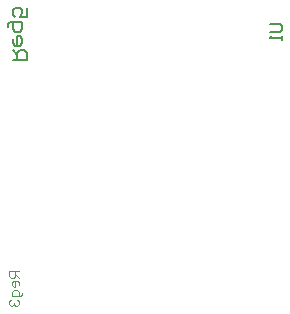
<source format=gm1>
G04*
G04 #@! TF.GenerationSoftware,Altium Limited,Altium Designer,23.8.1 (32)*
G04*
G04 Layer_Color=16711935*
%FSLAX44Y44*%
%MOMM*%
G71*
G04*
G04 #@! TF.SameCoordinates,B3540FD7-C173-429B-8219-2738AE0D0CCA*
G04*
G04*
G04 #@! TF.FilePolarity,Positive*
G04*
G01*
G75*
%ADD92C,0.1500*%
%ADD93C,0.1778*%
%ADD94C,0.1000*%
D92*
X491650Y604490D02*
X503646D01*
Y610488D01*
X501647Y612487D01*
X497648D01*
X495649Y610488D01*
Y604490D01*
Y608489D02*
X491650Y612487D01*
Y622484D02*
Y618485D01*
X493649Y616486D01*
X497648D01*
X499647Y618485D01*
Y622484D01*
X497648Y624483D01*
X495649D01*
Y616486D01*
X487651Y632481D02*
Y634480D01*
X489651Y636479D01*
X499647D01*
Y630481D01*
X497648Y628482D01*
X493649D01*
X491650Y630481D01*
Y636479D01*
X503646Y648476D02*
Y640478D01*
X497648D01*
X499647Y644477D01*
Y646476D01*
X497648Y648476D01*
X493649D01*
X491650Y646476D01*
Y642477D01*
X493649Y640478D01*
D93*
X709923Y635240D02*
X718387D01*
X720080Y633547D01*
Y630162D01*
X718387Y628469D01*
X709923D01*
X720080Y625083D02*
Y621698D01*
Y623391D01*
X709923D01*
X711616Y625083D01*
D94*
X496810Y425510D02*
X488813D01*
Y421511D01*
X490145Y420178D01*
X492811D01*
X494144Y421511D01*
Y425510D01*
Y422844D02*
X496810Y420178D01*
Y413514D02*
Y416180D01*
X495477Y417513D01*
X492811D01*
X491478Y416180D01*
Y413514D01*
X492811Y412181D01*
X494144D01*
Y417513D01*
X499476Y406849D02*
Y405516D01*
X498143Y404184D01*
X491478D01*
Y408182D01*
X492811Y409515D01*
X495477D01*
X496810Y408182D01*
Y404184D01*
X490145Y401518D02*
X488813Y400185D01*
Y397519D01*
X490145Y396186D01*
X491478D01*
X492811Y397519D01*
Y398852D01*
Y397519D01*
X494144Y396186D01*
X495477D01*
X496810Y397519D01*
Y400185D01*
X495477Y401518D01*
M02*

</source>
